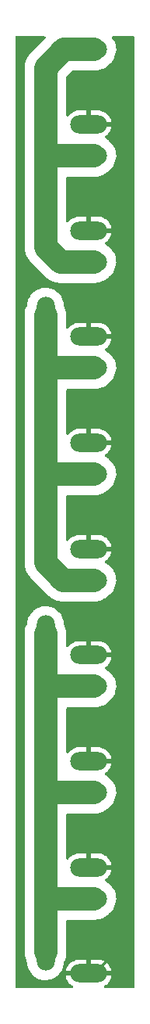
<source format=gbr>
%TF.GenerationSoftware,KiCad,Pcbnew,(6.0.6)*%
%TF.CreationDate,2022-11-26T14:39:06+01:00*%
%TF.ProjectId,er-pass-mul,65722d70-6173-4732-9d6d-756c2e6b6963,rev?*%
%TF.SameCoordinates,Original*%
%TF.FileFunction,Copper,L2,Bot*%
%TF.FilePolarity,Positive*%
%FSLAX46Y46*%
G04 Gerber Fmt 4.6, Leading zero omitted, Abs format (unit mm)*
G04 Created by KiCad (PCBNEW (6.0.6)) date 2022-11-26 14:39:06*
%MOMM*%
%LPD*%
G01*
G04 APERTURE LIST*
%TA.AperFunction,ComponentPad*%
%ADD10O,4.000000X2.000000*%
%TD*%
%TA.AperFunction,ComponentPad*%
%ADD11O,2.000000X4.000000*%
%TD*%
%TA.AperFunction,Conductor*%
%ADD12C,2.540000*%
%TD*%
%TA.AperFunction,Conductor*%
%ADD13C,0.250000*%
%TD*%
G04 APERTURE END LIST*
D10*
%TO.P,J6,S*%
%TO.N,GND*%
X8995000Y-67982500D03*
%TO.P,J6,T*%
%TO.N,Net-(J3-PadTN)*%
X8995000Y-59882500D03*
D11*
%TO.P,J6,TN*%
%TO.N,Net-(J6-PadTN)*%
X4295000Y-65682500D03*
%TD*%
D10*
%TO.P,J4,S*%
%TO.N,GND*%
X8995000Y-45007500D03*
%TO.P,J4,T*%
%TO.N,Net-(J3-PadTN)*%
X8995000Y-36907500D03*
D11*
%TO.P,J4,TN*%
X4295000Y-42707500D03*
%TD*%
D10*
%TO.P,J5,S*%
%TO.N,GND*%
X8995000Y-56495000D03*
%TO.P,J5,T*%
%TO.N,Net-(J3-PadTN)*%
X8995000Y-48395000D03*
D11*
%TO.P,J5,TN*%
X4295000Y-54195000D03*
%TD*%
D10*
%TO.P,J9,S*%
%TO.N,GND*%
X8995000Y-102445000D03*
%TO.P,J9,T*%
%TO.N,Net-(J6-PadTN)*%
X8995000Y-94345000D03*
D11*
%TO.P,J9,TN*%
X4295000Y-100145000D03*
%TD*%
D10*
%TO.P,J3,S*%
%TO.N,GND*%
X8995000Y-33520000D03*
%TO.P,J3,T*%
%TO.N,Net-(J1-PadT)*%
X8995000Y-25420000D03*
D11*
%TO.P,J3,TN*%
%TO.N,Net-(J3-PadTN)*%
X4295000Y-31220000D03*
%TD*%
D10*
%TO.P,J8,S*%
%TO.N,GND*%
X8995000Y-90957500D03*
%TO.P,J8,T*%
%TO.N,Net-(J6-PadTN)*%
X8995000Y-82857500D03*
D11*
%TO.P,J8,TN*%
X4295000Y-88657500D03*
%TD*%
D10*
%TO.P,J7,S*%
%TO.N,GND*%
X8995000Y-79470000D03*
%TO.P,J7,T*%
%TO.N,Net-(J6-PadTN)*%
X8995000Y-71370000D03*
D11*
%TO.P,J7,TN*%
X4295000Y-77170000D03*
%TD*%
D10*
%TO.P,J2,S*%
%TO.N,GND*%
X8995000Y-22032500D03*
%TO.P,J2,T*%
%TO.N,Net-(J1-PadT)*%
X8995000Y-13932500D03*
D11*
%TO.P,J2,TN*%
X4295000Y-19732500D03*
%TD*%
D10*
%TO.P,J1,S*%
%TO.N,GND*%
X8995000Y-10545000D03*
%TO.P,J1,T*%
%TO.N,Net-(J1-PadT)*%
X8995000Y-2445000D03*
D11*
%TO.P,J1,TN*%
X4295000Y-8245000D03*
%TD*%
D12*
%TO.N,Net-(J1-PadT)*%
X4295000Y-8245000D02*
X4295000Y-13905000D01*
X9595000Y-13932500D02*
X4322500Y-13932500D01*
X4295000Y-8245000D02*
X4295000Y-4405000D01*
X4295000Y-13905000D02*
X4295000Y-19732500D01*
X6255000Y-2445000D02*
X9595000Y-2445000D01*
X9595000Y-25420000D02*
X5920000Y-25420000D01*
X4322500Y-13932500D02*
X4295000Y-13905000D01*
X4295000Y-4405000D02*
X6255000Y-2445000D01*
X5920000Y-25420000D02*
X4295000Y-23795000D01*
X4295000Y-23795000D02*
X4295000Y-19732500D01*
D13*
%TO.N,GND*%
X12995000Y-56495000D02*
X13000000Y-56500000D01*
X9595000Y-45007500D02*
X12992500Y-45007500D01*
X9595000Y-56495000D02*
X12995000Y-56495000D01*
X13000000Y-79500000D02*
X13000000Y-91000000D01*
X12970000Y-79470000D02*
X13000000Y-79500000D01*
X9595000Y-79470000D02*
X12970000Y-79470000D01*
X12957500Y-90957500D02*
X13000000Y-91000000D01*
X13000000Y-45000000D02*
X13000000Y-56500000D01*
X9595000Y-67982500D02*
X12982500Y-67982500D01*
X13000000Y-99040000D02*
X9595000Y-102445000D01*
X13000000Y-68000000D02*
X13000000Y-79500000D01*
X13000000Y-22000000D02*
X13000000Y-33500000D01*
X13000000Y-56500000D02*
X13000000Y-68000000D01*
X13000000Y-33500000D02*
X13000000Y-45000000D01*
X9595000Y-22032500D02*
X12967500Y-22032500D01*
X9595000Y-10545000D02*
X12045000Y-10545000D01*
X13000000Y-11500000D02*
X13000000Y-22000000D01*
X12967500Y-22032500D02*
X13000000Y-22000000D01*
X12045000Y-10545000D02*
X13000000Y-11500000D01*
X12982500Y-67982500D02*
X13000000Y-68000000D01*
X12980000Y-33520000D02*
X13000000Y-33500000D01*
X9595000Y-33520000D02*
X12980000Y-33520000D01*
X12992500Y-45007500D02*
X13000000Y-45000000D01*
X13000000Y-91000000D02*
X13000000Y-99040000D01*
X9595000Y-90957500D02*
X12957500Y-90957500D01*
D12*
%TO.N,Net-(J3-PadTN)*%
X6200000Y-59900000D02*
X9577500Y-59900000D01*
X4295000Y-48105000D02*
X4295000Y-54195000D01*
X4295000Y-57995000D02*
X6200000Y-59900000D01*
X4295000Y-42707500D02*
X4295000Y-48105000D01*
X4295000Y-54195000D02*
X4295000Y-57995000D01*
X9595000Y-48395000D02*
X4585000Y-48395000D01*
X4295000Y-36905000D02*
X4295000Y-42707500D01*
X4297500Y-36907500D02*
X4295000Y-36905000D01*
X4295000Y-31220000D02*
X4295000Y-36905000D01*
X9595000Y-36907500D02*
X4297500Y-36907500D01*
X4585000Y-48395000D02*
X4295000Y-48105000D01*
%TO.N,Net-(J6-PadTN)*%
X4295000Y-93895000D02*
X4295000Y-100145000D01*
X4295000Y-82095000D02*
X4295000Y-88657500D01*
X5130000Y-71370000D02*
X4295000Y-72205000D01*
X4295000Y-88657500D02*
X4295000Y-93895000D01*
X9595000Y-82857500D02*
X5057500Y-82857500D01*
X9595000Y-71370000D02*
X5130000Y-71370000D01*
X4745000Y-94345000D02*
X4295000Y-93895000D01*
X5057500Y-82857500D02*
X4295000Y-82095000D01*
X9595000Y-94345000D02*
X4745000Y-94345000D01*
X4295000Y-72205000D02*
X4295000Y-77170000D01*
X4295000Y-65682500D02*
X4295000Y-72205000D01*
X4295000Y-77170000D02*
X4295000Y-82095000D01*
%TD*%
%TA.AperFunction,Conductor*%
%TO.N,GND*%
G36*
X4252959Y-1020002D02*
G01*
X4299452Y-1073658D01*
X4309556Y-1143932D01*
X4280062Y-1208512D01*
X4273933Y-1215095D01*
X2720706Y-2768322D01*
X2717543Y-2771377D01*
X2636172Y-2847257D01*
X2564362Y-2934680D01*
X2561803Y-2937697D01*
X2490001Y-3019717D01*
X2489996Y-3019724D01*
X2487245Y-3022866D01*
X2484933Y-3026345D01*
X2484932Y-3026347D01*
X2470974Y-3047355D01*
X2463393Y-3057600D01*
X2447378Y-3077097D01*
X2447369Y-3077110D01*
X2444723Y-3080331D01*
X2442521Y-3083883D01*
X2385082Y-3176521D01*
X2382944Y-3179851D01*
X2320329Y-3274095D01*
X2318495Y-3277855D01*
X2318494Y-3277857D01*
X2307442Y-3300517D01*
X2301281Y-3311678D01*
X2287981Y-3333128D01*
X2287976Y-3333137D01*
X2285780Y-3336679D01*
X2284069Y-3340487D01*
X2284067Y-3340490D01*
X2239390Y-3439902D01*
X2237711Y-3443487D01*
X2188106Y-3545192D01*
X2186787Y-3549157D01*
X2178823Y-3573096D01*
X2174197Y-3584962D01*
X2162138Y-3611796D01*
X2160944Y-3615802D01*
X2160943Y-3615804D01*
X2129809Y-3720243D01*
X2128625Y-3723997D01*
X2092898Y-3831395D01*
X2092116Y-3835495D01*
X2087386Y-3860292D01*
X2084365Y-3872682D01*
X2075968Y-3900848D01*
X2075314Y-3904979D01*
X2058263Y-4012629D01*
X2057582Y-4016527D01*
X2036380Y-4127676D01*
X2034737Y-4157053D01*
X2033387Y-4169690D01*
X2028783Y-4198758D01*
X2028624Y-4202262D01*
X2028623Y-4202271D01*
X2026886Y-4240531D01*
X2024500Y-4293081D01*
X2024500Y-4336639D01*
X2024304Y-4343671D01*
X2019543Y-4428829D01*
X2019863Y-4432987D01*
X2019863Y-4432990D01*
X2024129Y-4488430D01*
X2024500Y-4498096D01*
X2024500Y-13860910D01*
X2024423Y-13865307D01*
X2020541Y-13976478D01*
X2020949Y-13980635D01*
X2023899Y-14010726D01*
X2024500Y-14023021D01*
X2024500Y-23750910D01*
X2024423Y-23755307D01*
X2020541Y-23866478D01*
X2020949Y-23870635D01*
X2031585Y-23979114D01*
X2031908Y-23983040D01*
X2039408Y-24095960D01*
X2040236Y-24100066D01*
X2040236Y-24100067D01*
X2045218Y-24124777D01*
X2047103Y-24137383D01*
X2049974Y-24166661D01*
X2050925Y-24170717D01*
X2050926Y-24170721D01*
X2075818Y-24276847D01*
X2076661Y-24280713D01*
X2099026Y-24391633D01*
X2100383Y-24395573D01*
X2100387Y-24395589D01*
X2108599Y-24419435D01*
X2112131Y-24431668D01*
X2118850Y-24460316D01*
X2120333Y-24464219D01*
X2159042Y-24566121D01*
X2160389Y-24569844D01*
X2197225Y-24676823D01*
X2210398Y-24703129D01*
X2215511Y-24714775D01*
X2225959Y-24742281D01*
X2227945Y-24745954D01*
X2279780Y-24841822D01*
X2281607Y-24845332D01*
X2332279Y-24946521D01*
X2334628Y-24949977D01*
X2348811Y-24970847D01*
X2355431Y-24981734D01*
X2369418Y-25007603D01*
X2371874Y-25010984D01*
X2371875Y-25010985D01*
X2435935Y-25099157D01*
X2438205Y-25102387D01*
X2501817Y-25195988D01*
X2504601Y-25199102D01*
X2504602Y-25199103D01*
X2521413Y-25217905D01*
X2529418Y-25227825D01*
X2546707Y-25251622D01*
X2610375Y-25321347D01*
X2641176Y-25352148D01*
X2646011Y-25357260D01*
X2702859Y-25420841D01*
X2706029Y-25423558D01*
X2706030Y-25423559D01*
X2748249Y-25459745D01*
X2755346Y-25466318D01*
X4283322Y-26994294D01*
X4286377Y-26997457D01*
X4362257Y-27078828D01*
X4449680Y-27150638D01*
X4452697Y-27153197D01*
X4534717Y-27224999D01*
X4534724Y-27225004D01*
X4537866Y-27227755D01*
X4541345Y-27230067D01*
X4541347Y-27230068D01*
X4562355Y-27244026D01*
X4572600Y-27251607D01*
X4592097Y-27267622D01*
X4592110Y-27267631D01*
X4595331Y-27270277D01*
X4641159Y-27298692D01*
X4691521Y-27329918D01*
X4694851Y-27332056D01*
X4751715Y-27369836D01*
X4789095Y-27394671D01*
X4792855Y-27396505D01*
X4792857Y-27396506D01*
X4815517Y-27407558D01*
X4826678Y-27413719D01*
X4848128Y-27427019D01*
X4848137Y-27427024D01*
X4851679Y-27429220D01*
X4855487Y-27430931D01*
X4855490Y-27430933D01*
X4954902Y-27475610D01*
X4958487Y-27477289D01*
X5060192Y-27526894D01*
X5064157Y-27528213D01*
X5088096Y-27536177D01*
X5099962Y-27540803D01*
X5126796Y-27552862D01*
X5130802Y-27554056D01*
X5130804Y-27554057D01*
X5235243Y-27585191D01*
X5238997Y-27586375D01*
X5346395Y-27622102D01*
X5350496Y-27622884D01*
X5350495Y-27622884D01*
X5375292Y-27627614D01*
X5387682Y-27630635D01*
X5415848Y-27639032D01*
X5497913Y-27652030D01*
X5527629Y-27656737D01*
X5531527Y-27657418D01*
X5638564Y-27677836D01*
X5638570Y-27677837D01*
X5642676Y-27678620D01*
X5672053Y-27680263D01*
X5684690Y-27681613D01*
X5713758Y-27686217D01*
X5717262Y-27686376D01*
X5717271Y-27686377D01*
X5806661Y-27690436D01*
X5806682Y-27690436D01*
X5808081Y-27690500D01*
X5851639Y-27690500D01*
X5858671Y-27690696D01*
X5943829Y-27695457D01*
X5947987Y-27695137D01*
X5947990Y-27695137D01*
X6003430Y-27690871D01*
X6013096Y-27690500D01*
X9671512Y-27690500D01*
X9895960Y-27675592D01*
X10191633Y-27615974D01*
X10476823Y-27517775D01*
X10480554Y-27515907D01*
X10480558Y-27515905D01*
X10742777Y-27384596D01*
X10742779Y-27384595D01*
X10746521Y-27382721D01*
X10995988Y-27213183D01*
X11220841Y-27012141D01*
X11234798Y-26995857D01*
X11235857Y-26994622D01*
X11256661Y-26975271D01*
X11297540Y-26945078D01*
X11499430Y-26746334D01*
X11502131Y-26742794D01*
X11502137Y-26742788D01*
X11668602Y-26524667D01*
X11668605Y-26524663D01*
X11671304Y-26521126D01*
X11809730Y-26273947D01*
X11911948Y-26009730D01*
X11975918Y-25733747D01*
X12000363Y-25451503D01*
X11998504Y-25417726D01*
X11985040Y-25173073D01*
X11985039Y-25173066D01*
X11984795Y-25168630D01*
X11957368Y-25030743D01*
X11930396Y-24895146D01*
X11930395Y-24895141D01*
X11929526Y-24890774D01*
X11835658Y-24623476D01*
X11833605Y-24619523D01*
X11833602Y-24619517D01*
X11748796Y-24456260D01*
X11705064Y-24372072D01*
X11702481Y-24368457D01*
X11702477Y-24368451D01*
X11558275Y-24166661D01*
X11540349Y-24141576D01*
X11536349Y-24137383D01*
X11347876Y-23939811D01*
X11347873Y-23939808D01*
X11344801Y-23936588D01*
X11244845Y-23857789D01*
X11230701Y-23844771D01*
X11155597Y-23764233D01*
X11152743Y-23761172D01*
X11149514Y-23758519D01*
X11149509Y-23758515D01*
X10922897Y-23572374D01*
X10922892Y-23572371D01*
X10919669Y-23569723D01*
X10821086Y-23508599D01*
X10773731Y-23455703D01*
X10762492Y-23385602D01*
X10790936Y-23320552D01*
X10820340Y-23294893D01*
X10896987Y-23246626D01*
X10905060Y-23240586D01*
X11079500Y-23086797D01*
X11086504Y-23079544D01*
X11234110Y-22899846D01*
X11239866Y-22891564D01*
X11356841Y-22690581D01*
X11361203Y-22681476D01*
X11444537Y-22464385D01*
X11447388Y-22454696D01*
X11478821Y-22304236D01*
X11477698Y-22290175D01*
X11467590Y-22286500D01*
X8867000Y-22286500D01*
X8798879Y-22266498D01*
X8752386Y-22212842D01*
X8741000Y-22160500D01*
X8741000Y-21760385D01*
X9249000Y-21760385D01*
X9253475Y-21775624D01*
X9254865Y-21776829D01*
X9262548Y-21778500D01*
X11465590Y-21778500D01*
X11479676Y-21774364D01*
X11481725Y-21761386D01*
X11479675Y-21743670D01*
X11477715Y-21733773D01*
X11414396Y-21510006D01*
X11410884Y-21500562D01*
X11312601Y-21289795D01*
X11307622Y-21281029D01*
X11176913Y-21088698D01*
X11170581Y-21080823D01*
X11010814Y-20911874D01*
X11003305Y-20905113D01*
X10818574Y-20763875D01*
X10810095Y-20758411D01*
X10605153Y-20648522D01*
X10595901Y-20644480D01*
X10376029Y-20568773D01*
X10366257Y-20566264D01*
X10136029Y-20526496D01*
X10128157Y-20525641D01*
X10104449Y-20524564D01*
X10101616Y-20524500D01*
X9267115Y-20524500D01*
X9251876Y-20528975D01*
X9250671Y-20530365D01*
X9249000Y-20538048D01*
X9249000Y-21760385D01*
X8741000Y-21760385D01*
X8741000Y-20542615D01*
X8736525Y-20527376D01*
X8735135Y-20526171D01*
X8727452Y-20524500D01*
X7936544Y-20524500D01*
X7931512Y-20524702D01*
X7758157Y-20538650D01*
X7748204Y-20540262D01*
X7522367Y-20595733D01*
X7512797Y-20598916D01*
X7298735Y-20689780D01*
X7289793Y-20694455D01*
X7093013Y-20818374D01*
X7084940Y-20824414D01*
X6910500Y-20978203D01*
X6903497Y-20985455D01*
X6788864Y-21125011D01*
X6730170Y-21164954D01*
X6659198Y-21166824D01*
X6598481Y-21130026D01*
X6567298Y-21066245D01*
X6565500Y-21045035D01*
X6565500Y-16329000D01*
X6585502Y-16260879D01*
X6639158Y-16214386D01*
X6691500Y-16203000D01*
X9671512Y-16203000D01*
X9895960Y-16188092D01*
X10191633Y-16128474D01*
X10476823Y-16030275D01*
X10480554Y-16028407D01*
X10480558Y-16028405D01*
X10742777Y-15897096D01*
X10742779Y-15897095D01*
X10746521Y-15895221D01*
X10995988Y-15725683D01*
X11220841Y-15524641D01*
X11223566Y-15521462D01*
X11235857Y-15507122D01*
X11256661Y-15487771D01*
X11297540Y-15457578D01*
X11499430Y-15258834D01*
X11502131Y-15255294D01*
X11502137Y-15255288D01*
X11668602Y-15037167D01*
X11668605Y-15037163D01*
X11671304Y-15033626D01*
X11809730Y-14786447D01*
X11911948Y-14522230D01*
X11975918Y-14246247D01*
X12000363Y-13964003D01*
X12000119Y-13959564D01*
X11985040Y-13685573D01*
X11985039Y-13685566D01*
X11984795Y-13681130D01*
X11929526Y-13403274D01*
X11835658Y-13135976D01*
X11833605Y-13132023D01*
X11833602Y-13132017D01*
X11707116Y-12888523D01*
X11705064Y-12884572D01*
X11702481Y-12880957D01*
X11702477Y-12880951D01*
X11622858Y-12769537D01*
X11540349Y-12654076D01*
X11344801Y-12449088D01*
X11244845Y-12370289D01*
X11230701Y-12357271D01*
X11155597Y-12276733D01*
X11152743Y-12273672D01*
X11149514Y-12271019D01*
X11149509Y-12271015D01*
X10922897Y-12084874D01*
X10922892Y-12084871D01*
X10919669Y-12082223D01*
X10821086Y-12021099D01*
X10773731Y-11968203D01*
X10762492Y-11898102D01*
X10790936Y-11833052D01*
X10820340Y-11807393D01*
X10896987Y-11759126D01*
X10905060Y-11753086D01*
X11079500Y-11599297D01*
X11086504Y-11592044D01*
X11234110Y-11412346D01*
X11239866Y-11404064D01*
X11356841Y-11203081D01*
X11361203Y-11193976D01*
X11444537Y-10976885D01*
X11447388Y-10967196D01*
X11478821Y-10816736D01*
X11477698Y-10802675D01*
X11467590Y-10799000D01*
X8867000Y-10799000D01*
X8798879Y-10778998D01*
X8752386Y-10725342D01*
X8741000Y-10673000D01*
X8741000Y-10272885D01*
X9249000Y-10272885D01*
X9253475Y-10288124D01*
X9254865Y-10289329D01*
X9262548Y-10291000D01*
X11465590Y-10291000D01*
X11479676Y-10286864D01*
X11481725Y-10273886D01*
X11479675Y-10256170D01*
X11477715Y-10246273D01*
X11414396Y-10022506D01*
X11410884Y-10013062D01*
X11312601Y-9802295D01*
X11307622Y-9793529D01*
X11176913Y-9601198D01*
X11170581Y-9593323D01*
X11010814Y-9424374D01*
X11003305Y-9417613D01*
X10818574Y-9276375D01*
X10810095Y-9270911D01*
X10605153Y-9161022D01*
X10595901Y-9156980D01*
X10376029Y-9081273D01*
X10366257Y-9078764D01*
X10136029Y-9038996D01*
X10128157Y-9038141D01*
X10104449Y-9037064D01*
X10101616Y-9037000D01*
X9267115Y-9037000D01*
X9251876Y-9041475D01*
X9250671Y-9042865D01*
X9249000Y-9050548D01*
X9249000Y-10272885D01*
X8741000Y-10272885D01*
X8741000Y-9055115D01*
X8736525Y-9039876D01*
X8735135Y-9038671D01*
X8727452Y-9037000D01*
X7936544Y-9037000D01*
X7931512Y-9037202D01*
X7758157Y-9051150D01*
X7748204Y-9052762D01*
X7522367Y-9108233D01*
X7512797Y-9111416D01*
X7298735Y-9202280D01*
X7289793Y-9206955D01*
X7093013Y-9330874D01*
X7084940Y-9336914D01*
X6910500Y-9490703D01*
X6903497Y-9497955D01*
X6788864Y-9637511D01*
X6730170Y-9677454D01*
X6659198Y-9679324D01*
X6598481Y-9642526D01*
X6567298Y-9578745D01*
X6565500Y-9557535D01*
X6565500Y-5397663D01*
X6585502Y-5329542D01*
X6602404Y-5308568D01*
X7158566Y-4752405D01*
X7220879Y-4718380D01*
X7247662Y-4715500D01*
X9671512Y-4715500D01*
X9895960Y-4700592D01*
X10191633Y-4640974D01*
X10476823Y-4542775D01*
X10480554Y-4540907D01*
X10480558Y-4540905D01*
X10742777Y-4409596D01*
X10742779Y-4409595D01*
X10746521Y-4407721D01*
X10995988Y-4238183D01*
X11040083Y-4198758D01*
X11217724Y-4039928D01*
X11217725Y-4039927D01*
X11220841Y-4037141D01*
X11223566Y-4033962D01*
X11235857Y-4019622D01*
X11256661Y-4000271D01*
X11297540Y-3970078D01*
X11363670Y-3904979D01*
X11496249Y-3774465D01*
X11499430Y-3771334D01*
X11502131Y-3767794D01*
X11502137Y-3767788D01*
X11668602Y-3549667D01*
X11668605Y-3549663D01*
X11671304Y-3546126D01*
X11786465Y-3340490D01*
X11807552Y-3302837D01*
X11807555Y-3302832D01*
X11809730Y-3298947D01*
X11817890Y-3277857D01*
X11910341Y-3038885D01*
X11910343Y-3038879D01*
X11911948Y-3034730D01*
X11975918Y-2758747D01*
X12000363Y-2476503D01*
X11984795Y-2193630D01*
X11929526Y-1915774D01*
X11835658Y-1648476D01*
X11833605Y-1644523D01*
X11833602Y-1644517D01*
X11707116Y-1401023D01*
X11705064Y-1397072D01*
X11702481Y-1393457D01*
X11702477Y-1393451D01*
X11563704Y-1199258D01*
X11540372Y-1132205D01*
X11556995Y-1063182D01*
X11608296Y-1014103D01*
X11666219Y-1000000D01*
X13874000Y-1000000D01*
X13942121Y-1020002D01*
X13988614Y-1073658D01*
X14000000Y-1126000D01*
X14000000Y-103874000D01*
X13979998Y-103942121D01*
X13926342Y-103988614D01*
X13874000Y-104000000D01*
X10792226Y-104000000D01*
X10724105Y-103979998D01*
X10677612Y-103926342D01*
X10667508Y-103856068D01*
X10697002Y-103791488D01*
X10725083Y-103767380D01*
X10896987Y-103659126D01*
X10905060Y-103653086D01*
X11079500Y-103499297D01*
X11086504Y-103492044D01*
X11234110Y-103312346D01*
X11239866Y-103304064D01*
X11356841Y-103103081D01*
X11361203Y-103093976D01*
X11444537Y-102876885D01*
X11447388Y-102867196D01*
X11478821Y-102716736D01*
X11477698Y-102702675D01*
X11467590Y-102699000D01*
X6524410Y-102699000D01*
X6510324Y-102703136D01*
X6508275Y-102716114D01*
X6510325Y-102733830D01*
X6512285Y-102743727D01*
X6575604Y-102967494D01*
X6579116Y-102976938D01*
X6677399Y-103187705D01*
X6682378Y-103196471D01*
X6813087Y-103388802D01*
X6819419Y-103396677D01*
X6979186Y-103565626D01*
X6986695Y-103572387D01*
X7171426Y-103713625D01*
X7179905Y-103719089D01*
X7261717Y-103762956D01*
X7312300Y-103812774D01*
X7327920Y-103882031D01*
X7303616Y-103948738D01*
X7247106Y-103991717D01*
X7202176Y-104000000D01*
X1126000Y-104000000D01*
X1057879Y-103979998D01*
X1011386Y-103926342D01*
X1000000Y-103874000D01*
X1000000Y-72228829D01*
X2019543Y-72228829D01*
X2019863Y-72232987D01*
X2019863Y-72232990D01*
X2024129Y-72288430D01*
X2024500Y-72298096D01*
X2024500Y-82050910D01*
X2024423Y-82055307D01*
X2020541Y-82166478D01*
X2020949Y-82170635D01*
X2023899Y-82200726D01*
X2024500Y-82213021D01*
X2024500Y-93850910D01*
X2024423Y-93855307D01*
X2020541Y-93966478D01*
X2020949Y-93970635D01*
X2023899Y-94000726D01*
X2024500Y-94013021D01*
X2024500Y-100221512D01*
X2039408Y-100445960D01*
X2099026Y-100741633D01*
X2197225Y-101026823D01*
X2235011Y-101102280D01*
X2283575Y-101199262D01*
X2296596Y-101246779D01*
X2301612Y-101317613D01*
X2309399Y-101427593D01*
X2310337Y-101431948D01*
X2310337Y-101431951D01*
X2341706Y-101577654D01*
X2369025Y-101704547D01*
X2467080Y-101970337D01*
X2601607Y-102219660D01*
X2769922Y-102447540D01*
X2773051Y-102450719D01*
X2773054Y-102450722D01*
X2867524Y-102546687D01*
X2968666Y-102649430D01*
X2972206Y-102652131D01*
X2972212Y-102652137D01*
X3190333Y-102818602D01*
X3190337Y-102818605D01*
X3193874Y-102821304D01*
X3197758Y-102823479D01*
X3437163Y-102957552D01*
X3437168Y-102957555D01*
X3441053Y-102959730D01*
X3445211Y-102961338D01*
X3445216Y-102961341D01*
X3701115Y-103060341D01*
X3701121Y-103060343D01*
X3705270Y-103061948D01*
X3709602Y-103062952D01*
X3709605Y-103062953D01*
X3774738Y-103078050D01*
X3981253Y-103125918D01*
X4263497Y-103150363D01*
X4267932Y-103150119D01*
X4267936Y-103150119D01*
X4541927Y-103135040D01*
X4541934Y-103135039D01*
X4546370Y-103134795D01*
X4705807Y-103103081D01*
X4819854Y-103080396D01*
X4819859Y-103080395D01*
X4824226Y-103079526D01*
X4878857Y-103060341D01*
X5087316Y-102987136D01*
X5087319Y-102987135D01*
X5091524Y-102985658D01*
X5095477Y-102983605D01*
X5095483Y-102983602D01*
X5237865Y-102909640D01*
X5342928Y-102855064D01*
X5346543Y-102852481D01*
X5346549Y-102852477D01*
X5512578Y-102733830D01*
X5573424Y-102690349D01*
X5613481Y-102652137D01*
X5775189Y-102497876D01*
X5775192Y-102497873D01*
X5778412Y-102494801D01*
X5953801Y-102272320D01*
X6011337Y-102173264D01*
X6511179Y-102173264D01*
X6512302Y-102187325D01*
X6522410Y-102191000D01*
X8722885Y-102191000D01*
X8738124Y-102186525D01*
X8739329Y-102185135D01*
X8741000Y-102177452D01*
X8741000Y-102172885D01*
X9249000Y-102172885D01*
X9253475Y-102188124D01*
X9254865Y-102189329D01*
X9262548Y-102191000D01*
X11465590Y-102191000D01*
X11479676Y-102186864D01*
X11481725Y-102173886D01*
X11479675Y-102156170D01*
X11477715Y-102146273D01*
X11414396Y-101922506D01*
X11410884Y-101913062D01*
X11312601Y-101702295D01*
X11307622Y-101693529D01*
X11176913Y-101501198D01*
X11170581Y-101493323D01*
X11010814Y-101324374D01*
X11003305Y-101317613D01*
X10818574Y-101176375D01*
X10810095Y-101170911D01*
X10605153Y-101061022D01*
X10595901Y-101056980D01*
X10376029Y-100981273D01*
X10366257Y-100978764D01*
X10136029Y-100938996D01*
X10128157Y-100938141D01*
X10104449Y-100937064D01*
X10101616Y-100937000D01*
X9267115Y-100937000D01*
X9251876Y-100941475D01*
X9250671Y-100942865D01*
X9249000Y-100950548D01*
X9249000Y-102172885D01*
X8741000Y-102172885D01*
X8741000Y-100955115D01*
X8736525Y-100939876D01*
X8735135Y-100938671D01*
X8727452Y-100937000D01*
X7936544Y-100937000D01*
X7931512Y-100937202D01*
X7758157Y-100951150D01*
X7748204Y-100952762D01*
X7522367Y-101008233D01*
X7512797Y-101011416D01*
X7298735Y-101102280D01*
X7289793Y-101106955D01*
X7093013Y-101230874D01*
X7084940Y-101236914D01*
X6910500Y-101390703D01*
X6903496Y-101397956D01*
X6755890Y-101577654D01*
X6750134Y-101585936D01*
X6633159Y-101786919D01*
X6628797Y-101796024D01*
X6545463Y-102013115D01*
X6542612Y-102022804D01*
X6511179Y-102173264D01*
X6011337Y-102173264D01*
X6027015Y-102146273D01*
X6093859Y-102031193D01*
X6093862Y-102031187D01*
X6096093Y-102027346D01*
X6202448Y-101764768D01*
X6216371Y-101708721D01*
X6269672Y-101494144D01*
X6269673Y-101494139D01*
X6270745Y-101489823D01*
X6295481Y-101248395D01*
X6305898Y-101209587D01*
X6323280Y-101170911D01*
X6427862Y-100938204D01*
X6514032Y-100649152D01*
X6561217Y-100351242D01*
X6565500Y-100256919D01*
X6565500Y-96741500D01*
X6585502Y-96673379D01*
X6639158Y-96626886D01*
X6691500Y-96615500D01*
X9671512Y-96615500D01*
X9895960Y-96600592D01*
X10191633Y-96540974D01*
X10476823Y-96442775D01*
X10480554Y-96440907D01*
X10480558Y-96440905D01*
X10742777Y-96309596D01*
X10742779Y-96309595D01*
X10746521Y-96307721D01*
X10995988Y-96138183D01*
X11220841Y-95937141D01*
X11223566Y-95933962D01*
X11235857Y-95919622D01*
X11256661Y-95900271D01*
X11297540Y-95870078D01*
X11499430Y-95671334D01*
X11502131Y-95667794D01*
X11502137Y-95667788D01*
X11668602Y-95449667D01*
X11668605Y-95449663D01*
X11671304Y-95446126D01*
X11809730Y-95198947D01*
X11911948Y-94934730D01*
X11975918Y-94658747D01*
X12000363Y-94376503D01*
X11984795Y-94093630D01*
X11929526Y-93815774D01*
X11835658Y-93548476D01*
X11833605Y-93544523D01*
X11833602Y-93544517D01*
X11707116Y-93301023D01*
X11705064Y-93297072D01*
X11702481Y-93293457D01*
X11702477Y-93293451D01*
X11622858Y-93182037D01*
X11540349Y-93066576D01*
X11344801Y-92861588D01*
X11244845Y-92782789D01*
X11230701Y-92769771D01*
X11155597Y-92689233D01*
X11152743Y-92686172D01*
X11149514Y-92683519D01*
X11149509Y-92683515D01*
X10922897Y-92497374D01*
X10922892Y-92497371D01*
X10919669Y-92494723D01*
X10821086Y-92433599D01*
X10773731Y-92380703D01*
X10762492Y-92310602D01*
X10790936Y-92245552D01*
X10820340Y-92219893D01*
X10896987Y-92171626D01*
X10905060Y-92165586D01*
X11079500Y-92011797D01*
X11086504Y-92004544D01*
X11234110Y-91824846D01*
X11239866Y-91816564D01*
X11356841Y-91615581D01*
X11361203Y-91606476D01*
X11444537Y-91389385D01*
X11447388Y-91379696D01*
X11478821Y-91229236D01*
X11477698Y-91215175D01*
X11467590Y-91211500D01*
X8867000Y-91211500D01*
X8798879Y-91191498D01*
X8752386Y-91137842D01*
X8741000Y-91085500D01*
X8741000Y-90685385D01*
X9249000Y-90685385D01*
X9253475Y-90700624D01*
X9254865Y-90701829D01*
X9262548Y-90703500D01*
X11465590Y-90703500D01*
X11479676Y-90699364D01*
X11481725Y-90686386D01*
X11479675Y-90668670D01*
X11477715Y-90658773D01*
X11414396Y-90435006D01*
X11410884Y-90425562D01*
X11312601Y-90214795D01*
X11307622Y-90206029D01*
X11176913Y-90013698D01*
X11170581Y-90005823D01*
X11010814Y-89836874D01*
X11003305Y-89830113D01*
X10818574Y-89688875D01*
X10810095Y-89683411D01*
X10605153Y-89573522D01*
X10595901Y-89569480D01*
X10376029Y-89493773D01*
X10366257Y-89491264D01*
X10136029Y-89451496D01*
X10128157Y-89450641D01*
X10104449Y-89449564D01*
X10101616Y-89449500D01*
X9267115Y-89449500D01*
X9251876Y-89453975D01*
X9250671Y-89455365D01*
X9249000Y-89463048D01*
X9249000Y-90685385D01*
X8741000Y-90685385D01*
X8741000Y-89467615D01*
X8736525Y-89452376D01*
X8735135Y-89451171D01*
X8727452Y-89449500D01*
X7936544Y-89449500D01*
X7931512Y-89449702D01*
X7758157Y-89463650D01*
X7748204Y-89465262D01*
X7522367Y-89520733D01*
X7512797Y-89523916D01*
X7298735Y-89614780D01*
X7289793Y-89619455D01*
X7093013Y-89743374D01*
X7084940Y-89749414D01*
X6910500Y-89903203D01*
X6903497Y-89910455D01*
X6788864Y-90050011D01*
X6730170Y-90089954D01*
X6659198Y-90091824D01*
X6598481Y-90055026D01*
X6567298Y-89991245D01*
X6565500Y-89970035D01*
X6565500Y-85254000D01*
X6585502Y-85185879D01*
X6639158Y-85139386D01*
X6691500Y-85128000D01*
X9671512Y-85128000D01*
X9895960Y-85113092D01*
X10191633Y-85053474D01*
X10476823Y-84955275D01*
X10480554Y-84953407D01*
X10480558Y-84953405D01*
X10742777Y-84822096D01*
X10742779Y-84822095D01*
X10746521Y-84820221D01*
X10995988Y-84650683D01*
X11220841Y-84449641D01*
X11223566Y-84446462D01*
X11235857Y-84432122D01*
X11256661Y-84412771D01*
X11297540Y-84382578D01*
X11499430Y-84183834D01*
X11502131Y-84180294D01*
X11502137Y-84180288D01*
X11668602Y-83962167D01*
X11668605Y-83962163D01*
X11671304Y-83958626D01*
X11809730Y-83711447D01*
X11911948Y-83447230D01*
X11975918Y-83171247D01*
X12000363Y-82889003D01*
X11984795Y-82606130D01*
X11929526Y-82328274D01*
X11835658Y-82060976D01*
X11833605Y-82057023D01*
X11833602Y-82057017D01*
X11707116Y-81813523D01*
X11705064Y-81809572D01*
X11702481Y-81805957D01*
X11702477Y-81805951D01*
X11622858Y-81694537D01*
X11540349Y-81579076D01*
X11344801Y-81374088D01*
X11244845Y-81295289D01*
X11230701Y-81282271D01*
X11155597Y-81201733D01*
X11152743Y-81198672D01*
X11149514Y-81196019D01*
X11149509Y-81196015D01*
X10922897Y-81009874D01*
X10922892Y-81009871D01*
X10919669Y-81007223D01*
X10821086Y-80946099D01*
X10773731Y-80893203D01*
X10762492Y-80823102D01*
X10790936Y-80758052D01*
X10820340Y-80732393D01*
X10896987Y-80684126D01*
X10905060Y-80678086D01*
X11079500Y-80524297D01*
X11086504Y-80517044D01*
X11234110Y-80337346D01*
X11239866Y-80329064D01*
X11356841Y-80128081D01*
X11361203Y-80118976D01*
X11444537Y-79901885D01*
X11447388Y-79892196D01*
X11478821Y-79741736D01*
X11477698Y-79727675D01*
X11467590Y-79724000D01*
X8867000Y-79724000D01*
X8798879Y-79703998D01*
X8752386Y-79650342D01*
X8741000Y-79598000D01*
X8741000Y-79197885D01*
X9249000Y-79197885D01*
X9253475Y-79213124D01*
X9254865Y-79214329D01*
X9262548Y-79216000D01*
X11465590Y-79216000D01*
X11479676Y-79211864D01*
X11481725Y-79198886D01*
X11479675Y-79181170D01*
X11477715Y-79171273D01*
X11414396Y-78947506D01*
X11410884Y-78938062D01*
X11312601Y-78727295D01*
X11307622Y-78718529D01*
X11176913Y-78526198D01*
X11170581Y-78518323D01*
X11010814Y-78349374D01*
X11003305Y-78342613D01*
X10818574Y-78201375D01*
X10810095Y-78195911D01*
X10605153Y-78086022D01*
X10595901Y-78081980D01*
X10376029Y-78006273D01*
X10366257Y-78003764D01*
X10136029Y-77963996D01*
X10128157Y-77963141D01*
X10104449Y-77962064D01*
X10101616Y-77962000D01*
X9267115Y-77962000D01*
X9251876Y-77966475D01*
X9250671Y-77967865D01*
X9249000Y-77975548D01*
X9249000Y-79197885D01*
X8741000Y-79197885D01*
X8741000Y-77980115D01*
X8736525Y-77964876D01*
X8735135Y-77963671D01*
X8727452Y-77962000D01*
X7936544Y-77962000D01*
X7931512Y-77962202D01*
X7758157Y-77976150D01*
X7748204Y-77977762D01*
X7522367Y-78033233D01*
X7512797Y-78036416D01*
X7298735Y-78127280D01*
X7289793Y-78131955D01*
X7093013Y-78255874D01*
X7084940Y-78261914D01*
X6910500Y-78415703D01*
X6903497Y-78422955D01*
X6788864Y-78562511D01*
X6730170Y-78602454D01*
X6659198Y-78604324D01*
X6598481Y-78567526D01*
X6567298Y-78503745D01*
X6565500Y-78482535D01*
X6565500Y-73766500D01*
X6585502Y-73698379D01*
X6639158Y-73651886D01*
X6691500Y-73640500D01*
X9671512Y-73640500D01*
X9895960Y-73625592D01*
X10191633Y-73565974D01*
X10476823Y-73467775D01*
X10480554Y-73465907D01*
X10480558Y-73465905D01*
X10742777Y-73334596D01*
X10742779Y-73334595D01*
X10746521Y-73332721D01*
X10995988Y-73163183D01*
X11220841Y-72962141D01*
X11223566Y-72958962D01*
X11235857Y-72944622D01*
X11256661Y-72925271D01*
X11297540Y-72895078D01*
X11499430Y-72696334D01*
X11502131Y-72692794D01*
X11502137Y-72692788D01*
X11668602Y-72474667D01*
X11668605Y-72474663D01*
X11671304Y-72471126D01*
X11809730Y-72223947D01*
X11840787Y-72143672D01*
X11910341Y-71963885D01*
X11910343Y-71963879D01*
X11911948Y-71959730D01*
X11975918Y-71683747D01*
X12000363Y-71401503D01*
X11984795Y-71118630D01*
X11929526Y-70840774D01*
X11835658Y-70573476D01*
X11833605Y-70569523D01*
X11833602Y-70569517D01*
X11707116Y-70326023D01*
X11705064Y-70322072D01*
X11702481Y-70318457D01*
X11702477Y-70318451D01*
X11622858Y-70207037D01*
X11540349Y-70091576D01*
X11344801Y-69886588D01*
X11244845Y-69807789D01*
X11230701Y-69794771D01*
X11155597Y-69714233D01*
X11152743Y-69711172D01*
X11149514Y-69708519D01*
X11149509Y-69708515D01*
X10922897Y-69522374D01*
X10922892Y-69522371D01*
X10919669Y-69519723D01*
X10821086Y-69458599D01*
X10773731Y-69405703D01*
X10762492Y-69335602D01*
X10790936Y-69270552D01*
X10820340Y-69244893D01*
X10896987Y-69196626D01*
X10905060Y-69190586D01*
X11079500Y-69036797D01*
X11086504Y-69029544D01*
X11234110Y-68849846D01*
X11239866Y-68841564D01*
X11356841Y-68640581D01*
X11361203Y-68631476D01*
X11444537Y-68414385D01*
X11447388Y-68404696D01*
X11478821Y-68254236D01*
X11477698Y-68240175D01*
X11467590Y-68236500D01*
X8867000Y-68236500D01*
X8798879Y-68216498D01*
X8752386Y-68162842D01*
X8741000Y-68110500D01*
X8741000Y-67710385D01*
X9249000Y-67710385D01*
X9253475Y-67725624D01*
X9254865Y-67726829D01*
X9262548Y-67728500D01*
X11465590Y-67728500D01*
X11479676Y-67724364D01*
X11481725Y-67711386D01*
X11479675Y-67693670D01*
X11477715Y-67683773D01*
X11414396Y-67460006D01*
X11410884Y-67450562D01*
X11312601Y-67239795D01*
X11307622Y-67231029D01*
X11176913Y-67038698D01*
X11170581Y-67030823D01*
X11010814Y-66861874D01*
X11003305Y-66855113D01*
X10818574Y-66713875D01*
X10810095Y-66708411D01*
X10605153Y-66598522D01*
X10595901Y-66594480D01*
X10376029Y-66518773D01*
X10366257Y-66516264D01*
X10136029Y-66476496D01*
X10128157Y-66475641D01*
X10104449Y-66474564D01*
X10101616Y-66474500D01*
X9267115Y-66474500D01*
X9251876Y-66478975D01*
X9250671Y-66480365D01*
X9249000Y-66488048D01*
X9249000Y-67710385D01*
X8741000Y-67710385D01*
X8741000Y-66492615D01*
X8736525Y-66477376D01*
X8735135Y-66476171D01*
X8727452Y-66474500D01*
X7936544Y-66474500D01*
X7931512Y-66474702D01*
X7758157Y-66488650D01*
X7748204Y-66490262D01*
X7522367Y-66545733D01*
X7512797Y-66548916D01*
X7298735Y-66639780D01*
X7289793Y-66644455D01*
X7093013Y-66768374D01*
X7084940Y-66774414D01*
X6910500Y-66928203D01*
X6903497Y-66935455D01*
X6788864Y-67075011D01*
X6730170Y-67114954D01*
X6659198Y-67116824D01*
X6598481Y-67080026D01*
X6567298Y-67016245D01*
X6565500Y-66995035D01*
X6565500Y-65605988D01*
X6550592Y-65381540D01*
X6490974Y-65085867D01*
X6392775Y-64800677D01*
X6306425Y-64628238D01*
X6293404Y-64580721D01*
X6280916Y-64404358D01*
X6280601Y-64399907D01*
X6267204Y-64337677D01*
X6221911Y-64127300D01*
X6221911Y-64127298D01*
X6220975Y-64122953D01*
X6122920Y-63857163D01*
X5988393Y-63607840D01*
X5820078Y-63379960D01*
X5773554Y-63332699D01*
X5624465Y-63181251D01*
X5621334Y-63178070D01*
X5617794Y-63175369D01*
X5617788Y-63175363D01*
X5399667Y-63008898D01*
X5399663Y-63008895D01*
X5396126Y-63006196D01*
X5332179Y-62970384D01*
X5152837Y-62869948D01*
X5152832Y-62869945D01*
X5148947Y-62867770D01*
X5144789Y-62866162D01*
X5144784Y-62866159D01*
X4888885Y-62767159D01*
X4888879Y-62767157D01*
X4884730Y-62765552D01*
X4880398Y-62764548D01*
X4880395Y-62764547D01*
X4805141Y-62747104D01*
X4608747Y-62701582D01*
X4326503Y-62677137D01*
X4322068Y-62677381D01*
X4322064Y-62677381D01*
X4048073Y-62692460D01*
X4048066Y-62692461D01*
X4043630Y-62692705D01*
X3905743Y-62720132D01*
X3770146Y-62747104D01*
X3770141Y-62747105D01*
X3765774Y-62747974D01*
X3761571Y-62749450D01*
X3502684Y-62840364D01*
X3502681Y-62840365D01*
X3498476Y-62841842D01*
X3494523Y-62843895D01*
X3494517Y-62843898D01*
X3352135Y-62917860D01*
X3247072Y-62972436D01*
X3243457Y-62975019D01*
X3243451Y-62975023D01*
X3196048Y-63008898D01*
X3016576Y-63137151D01*
X3013349Y-63140229D01*
X3013347Y-63140231D01*
X2973682Y-63178070D01*
X2811588Y-63332699D01*
X2636199Y-63555180D01*
X2605612Y-63607840D01*
X2496141Y-63796307D01*
X2496138Y-63796313D01*
X2493907Y-63800154D01*
X2387552Y-64062732D01*
X2386481Y-64067045D01*
X2386479Y-64067050D01*
X2372593Y-64122953D01*
X2319255Y-64337677D01*
X2318801Y-64342105D01*
X2318801Y-64342107D01*
X2294519Y-64579105D01*
X2284102Y-64617912D01*
X2162138Y-64889296D01*
X2075968Y-65178348D01*
X2028783Y-65476258D01*
X2024500Y-65570581D01*
X2024500Y-72136639D01*
X2024304Y-72143671D01*
X2019543Y-72228829D01*
X1000000Y-72228829D01*
X1000000Y-58066478D01*
X2020541Y-58066478D01*
X2020949Y-58070635D01*
X2031585Y-58179114D01*
X2031908Y-58183040D01*
X2039408Y-58295960D01*
X2040236Y-58300066D01*
X2040236Y-58300067D01*
X2045218Y-58324777D01*
X2047103Y-58337383D01*
X2049974Y-58366661D01*
X2050925Y-58370717D01*
X2050926Y-58370721D01*
X2075818Y-58476847D01*
X2076661Y-58480713D01*
X2099026Y-58591633D01*
X2100383Y-58595573D01*
X2100387Y-58595589D01*
X2108599Y-58619435D01*
X2112131Y-58631668D01*
X2118850Y-58660316D01*
X2120333Y-58664219D01*
X2159042Y-58766121D01*
X2160389Y-58769844D01*
X2197225Y-58876823D01*
X2210398Y-58903129D01*
X2215511Y-58914775D01*
X2225959Y-58942281D01*
X2227945Y-58945954D01*
X2279780Y-59041822D01*
X2281607Y-59045332D01*
X2332279Y-59146521D01*
X2334628Y-59149977D01*
X2348811Y-59170847D01*
X2355431Y-59181734D01*
X2369418Y-59207603D01*
X2371874Y-59210984D01*
X2371875Y-59210985D01*
X2435935Y-59299157D01*
X2438205Y-59302387D01*
X2501817Y-59395988D01*
X2504601Y-59399102D01*
X2504602Y-59399103D01*
X2521413Y-59417905D01*
X2529418Y-59427825D01*
X2546707Y-59451622D01*
X2610375Y-59521347D01*
X2641176Y-59552148D01*
X2646011Y-59557260D01*
X2702859Y-59620841D01*
X2706029Y-59623558D01*
X2706030Y-59623559D01*
X2748249Y-59659745D01*
X2755346Y-59666318D01*
X4563322Y-61474294D01*
X4566377Y-61477457D01*
X4642257Y-61558828D01*
X4700667Y-61606807D01*
X4729720Y-61630672D01*
X4732737Y-61633231D01*
X4817867Y-61707755D01*
X4821347Y-61710067D01*
X4821352Y-61710071D01*
X4842353Y-61724024D01*
X4852601Y-61731607D01*
X4875331Y-61750277D01*
X4878881Y-61752478D01*
X4971527Y-61809922D01*
X4974857Y-61812060D01*
X5031687Y-61849817D01*
X5069095Y-61874671D01*
X5072855Y-61876505D01*
X5072857Y-61876506D01*
X5095517Y-61887558D01*
X5106678Y-61893719D01*
X5128128Y-61907019D01*
X5128137Y-61907024D01*
X5131679Y-61909220D01*
X5135487Y-61910931D01*
X5135490Y-61910933D01*
X5234902Y-61955610D01*
X5238487Y-61957289D01*
X5340192Y-62006894D01*
X5344157Y-62008213D01*
X5368096Y-62016177D01*
X5379962Y-62020803D01*
X5406796Y-62032862D01*
X5410802Y-62034056D01*
X5410804Y-62034057D01*
X5515243Y-62065191D01*
X5518997Y-62066375D01*
X5626395Y-62102102D01*
X5630496Y-62102884D01*
X5630495Y-62102884D01*
X5655292Y-62107614D01*
X5667682Y-62110635D01*
X5695848Y-62119032D01*
X5777913Y-62132030D01*
X5807629Y-62136737D01*
X5811527Y-62137418D01*
X5918564Y-62157836D01*
X5918570Y-62157837D01*
X5922676Y-62158620D01*
X5952053Y-62160263D01*
X5964690Y-62161613D01*
X5993758Y-62166217D01*
X5997262Y-62166376D01*
X5997271Y-62166377D01*
X6086661Y-62170436D01*
X6086682Y-62170436D01*
X6088081Y-62170500D01*
X6131640Y-62170500D01*
X6138672Y-62170696D01*
X6223830Y-62175457D01*
X6227988Y-62175137D01*
X6227991Y-62175137D01*
X6283431Y-62170871D01*
X6293097Y-62170500D01*
X9654012Y-62170500D01*
X9878460Y-62155592D01*
X10174133Y-62095974D01*
X10459323Y-61997775D01*
X10463054Y-61995907D01*
X10463058Y-61995905D01*
X10725277Y-61864596D01*
X10725279Y-61864595D01*
X10729021Y-61862721D01*
X10978488Y-61693183D01*
X11203341Y-61492141D01*
X11206058Y-61488971D01*
X11229040Y-61462157D01*
X11249850Y-61442802D01*
X11293960Y-61410222D01*
X11297540Y-61407578D01*
X11499430Y-61208834D01*
X11502131Y-61205294D01*
X11502137Y-61205288D01*
X11668602Y-60987167D01*
X11668605Y-60987163D01*
X11671304Y-60983626D01*
X11809730Y-60736447D01*
X11911948Y-60472230D01*
X11975918Y-60196247D01*
X12000363Y-59914003D01*
X11984795Y-59631130D01*
X11944356Y-59427827D01*
X11930396Y-59357646D01*
X11930395Y-59357641D01*
X11929526Y-59353274D01*
X11867316Y-59176125D01*
X11837136Y-59090184D01*
X11837135Y-59090181D01*
X11835658Y-59085976D01*
X11833605Y-59082023D01*
X11833602Y-59082017D01*
X11728949Y-58880553D01*
X11705064Y-58834572D01*
X11702481Y-58830957D01*
X11702477Y-58830951D01*
X11583328Y-58664219D01*
X11540349Y-58604076D01*
X11344801Y-58399088D01*
X11258482Y-58331040D01*
X11125815Y-58226454D01*
X11125813Y-58226453D01*
X11122320Y-58223699D01*
X11118474Y-58221465D01*
X11118468Y-58221461D01*
X11102627Y-58212260D01*
X11085936Y-58200670D01*
X10905403Y-58052378D01*
X10905389Y-58052368D01*
X10902169Y-58049723D01*
X10882659Y-58037626D01*
X10798402Y-57985384D01*
X10751047Y-57932488D01*
X10739808Y-57862386D01*
X10768252Y-57797337D01*
X10797656Y-57771678D01*
X10896987Y-57709126D01*
X10905060Y-57703086D01*
X11079500Y-57549297D01*
X11086504Y-57542044D01*
X11234110Y-57362346D01*
X11239866Y-57354064D01*
X11356841Y-57153081D01*
X11361203Y-57143976D01*
X11444537Y-56926885D01*
X11447388Y-56917196D01*
X11478821Y-56766736D01*
X11477698Y-56752675D01*
X11467590Y-56749000D01*
X8867000Y-56749000D01*
X8798879Y-56728998D01*
X8752386Y-56675342D01*
X8741000Y-56623000D01*
X8741000Y-56222885D01*
X9249000Y-56222885D01*
X9253475Y-56238124D01*
X9254865Y-56239329D01*
X9262548Y-56241000D01*
X11465590Y-56241000D01*
X11479676Y-56236864D01*
X11481725Y-56223886D01*
X11479675Y-56206170D01*
X11477715Y-56196273D01*
X11414396Y-55972506D01*
X11410884Y-55963062D01*
X11312601Y-55752295D01*
X11307622Y-55743529D01*
X11176913Y-55551198D01*
X11170581Y-55543323D01*
X11010814Y-55374374D01*
X11003305Y-55367613D01*
X10818574Y-55226375D01*
X10810095Y-55220911D01*
X10605153Y-55111022D01*
X10595901Y-55106980D01*
X10376029Y-55031273D01*
X10366257Y-55028764D01*
X10136029Y-54988996D01*
X10128157Y-54988141D01*
X10104449Y-54987064D01*
X10101616Y-54987000D01*
X9267115Y-54987000D01*
X9251876Y-54991475D01*
X9250671Y-54992865D01*
X9249000Y-55000548D01*
X9249000Y-56222885D01*
X8741000Y-56222885D01*
X8741000Y-55005115D01*
X8736525Y-54989876D01*
X8735135Y-54988671D01*
X8727452Y-54987000D01*
X7936544Y-54987000D01*
X7931512Y-54987202D01*
X7758157Y-55001150D01*
X7748204Y-55002762D01*
X7522367Y-55058233D01*
X7512797Y-55061416D01*
X7298735Y-55152280D01*
X7289793Y-55156955D01*
X7093013Y-55280874D01*
X7084940Y-55286914D01*
X6910500Y-55440703D01*
X6903497Y-55447955D01*
X6788864Y-55587511D01*
X6730170Y-55627454D01*
X6659198Y-55629324D01*
X6598481Y-55592526D01*
X6567298Y-55528745D01*
X6565500Y-55507535D01*
X6565500Y-50791500D01*
X6585502Y-50723379D01*
X6639158Y-50676886D01*
X6691500Y-50665500D01*
X9671512Y-50665500D01*
X9895960Y-50650592D01*
X10191633Y-50590974D01*
X10476823Y-50492775D01*
X10480554Y-50490907D01*
X10480558Y-50490905D01*
X10742777Y-50359596D01*
X10742779Y-50359595D01*
X10746521Y-50357721D01*
X10995988Y-50188183D01*
X11220841Y-49987141D01*
X11223566Y-49983962D01*
X11235857Y-49969622D01*
X11256661Y-49950271D01*
X11297540Y-49920078D01*
X11499430Y-49721334D01*
X11502131Y-49717794D01*
X11502137Y-49717788D01*
X11668602Y-49499667D01*
X11668605Y-49499663D01*
X11671304Y-49496126D01*
X11809730Y-49248947D01*
X11911948Y-48984730D01*
X11975918Y-48708747D01*
X12000363Y-48426503D01*
X12000119Y-48422064D01*
X11985040Y-48148073D01*
X11985039Y-48148066D01*
X11984795Y-48143630D01*
X11929526Y-47865774D01*
X11835658Y-47598476D01*
X11833605Y-47594523D01*
X11833602Y-47594517D01*
X11707116Y-47351023D01*
X11705064Y-47347072D01*
X11702481Y-47343457D01*
X11702477Y-47343451D01*
X11622858Y-47232037D01*
X11540349Y-47116576D01*
X11344801Y-46911588D01*
X11244845Y-46832789D01*
X11230701Y-46819771D01*
X11155597Y-46739233D01*
X11152743Y-46736172D01*
X11149514Y-46733519D01*
X11149509Y-46733515D01*
X10922897Y-46547374D01*
X10922892Y-46547371D01*
X10919669Y-46544723D01*
X10821086Y-46483599D01*
X10773731Y-46430703D01*
X10762492Y-46360602D01*
X10790936Y-46295552D01*
X10820340Y-46269893D01*
X10896987Y-46221626D01*
X10905060Y-46215586D01*
X11079500Y-46061797D01*
X11086504Y-46054544D01*
X11234110Y-45874846D01*
X11239866Y-45866564D01*
X11356841Y-45665581D01*
X11361203Y-45656476D01*
X11444537Y-45439385D01*
X11447388Y-45429696D01*
X11478821Y-45279236D01*
X11477698Y-45265175D01*
X11467590Y-45261500D01*
X8867000Y-45261500D01*
X8798879Y-45241498D01*
X8752386Y-45187842D01*
X8741000Y-45135500D01*
X8741000Y-44735385D01*
X9249000Y-44735385D01*
X9253475Y-44750624D01*
X9254865Y-44751829D01*
X9262548Y-44753500D01*
X11465590Y-44753500D01*
X11479676Y-44749364D01*
X11481725Y-44736386D01*
X11479675Y-44718670D01*
X11477715Y-44708773D01*
X11414396Y-44485006D01*
X11410884Y-44475562D01*
X11312601Y-44264795D01*
X11307622Y-44256029D01*
X11176913Y-44063698D01*
X11170581Y-44055823D01*
X11010814Y-43886874D01*
X11003305Y-43880113D01*
X10818574Y-43738875D01*
X10810095Y-43733411D01*
X10605153Y-43623522D01*
X10595901Y-43619480D01*
X10376029Y-43543773D01*
X10366257Y-43541264D01*
X10136029Y-43501496D01*
X10128157Y-43500641D01*
X10104449Y-43499564D01*
X10101616Y-43499500D01*
X9267115Y-43499500D01*
X9251876Y-43503975D01*
X9250671Y-43505365D01*
X9249000Y-43513048D01*
X9249000Y-44735385D01*
X8741000Y-44735385D01*
X8741000Y-43517615D01*
X8736525Y-43502376D01*
X8735135Y-43501171D01*
X8727452Y-43499500D01*
X7936544Y-43499500D01*
X7931512Y-43499702D01*
X7758157Y-43513650D01*
X7748204Y-43515262D01*
X7522367Y-43570733D01*
X7512797Y-43573916D01*
X7298735Y-43664780D01*
X7289793Y-43669455D01*
X7093013Y-43793374D01*
X7084940Y-43799414D01*
X6910500Y-43953203D01*
X6903497Y-43960455D01*
X6788864Y-44100011D01*
X6730170Y-44139954D01*
X6659198Y-44141824D01*
X6598481Y-44105026D01*
X6567298Y-44041245D01*
X6565500Y-44020035D01*
X6565500Y-39304000D01*
X6585502Y-39235879D01*
X6639158Y-39189386D01*
X6691500Y-39178000D01*
X9671512Y-39178000D01*
X9895960Y-39163092D01*
X10191633Y-39103474D01*
X10476823Y-39005275D01*
X10480554Y-39003407D01*
X10480558Y-39003405D01*
X10742777Y-38872096D01*
X10742779Y-38872095D01*
X10746521Y-38870221D01*
X10995988Y-38700683D01*
X11220841Y-38499641D01*
X11223566Y-38496462D01*
X11235857Y-38482122D01*
X11256661Y-38462771D01*
X11297540Y-38432578D01*
X11499430Y-38233834D01*
X11502131Y-38230294D01*
X11502137Y-38230288D01*
X11668602Y-38012167D01*
X11668605Y-38012163D01*
X11671304Y-38008626D01*
X11809730Y-37761447D01*
X11911948Y-37497230D01*
X11975918Y-37221247D01*
X12000363Y-36939003D01*
X11984795Y-36656130D01*
X11929526Y-36378274D01*
X11835658Y-36110976D01*
X11833605Y-36107023D01*
X11833602Y-36107017D01*
X11707116Y-35863523D01*
X11705064Y-35859572D01*
X11702481Y-35855957D01*
X11702477Y-35855951D01*
X11622858Y-35744537D01*
X11540349Y-35629076D01*
X11344801Y-35424088D01*
X11244845Y-35345289D01*
X11230701Y-35332271D01*
X11155597Y-35251733D01*
X11152743Y-35248672D01*
X11149514Y-35246019D01*
X11149509Y-35246015D01*
X10922897Y-35059874D01*
X10922892Y-35059871D01*
X10919669Y-35057223D01*
X10821086Y-34996099D01*
X10773731Y-34943203D01*
X10762492Y-34873102D01*
X10790936Y-34808052D01*
X10820340Y-34782393D01*
X10896987Y-34734126D01*
X10905060Y-34728086D01*
X11079500Y-34574297D01*
X11086504Y-34567044D01*
X11234110Y-34387346D01*
X11239866Y-34379064D01*
X11356841Y-34178081D01*
X11361203Y-34168976D01*
X11444537Y-33951885D01*
X11447388Y-33942196D01*
X11478821Y-33791736D01*
X11477698Y-33777675D01*
X11467590Y-33774000D01*
X8867000Y-33774000D01*
X8798879Y-33753998D01*
X8752386Y-33700342D01*
X8741000Y-33648000D01*
X8741000Y-33247885D01*
X9249000Y-33247885D01*
X9253475Y-33263124D01*
X9254865Y-33264329D01*
X9262548Y-33266000D01*
X11465590Y-33266000D01*
X11479676Y-33261864D01*
X11481725Y-33248886D01*
X11479675Y-33231170D01*
X11477715Y-33221273D01*
X11414396Y-32997506D01*
X11410884Y-32988062D01*
X11312601Y-32777295D01*
X11307622Y-32768529D01*
X11176913Y-32576198D01*
X11170581Y-32568323D01*
X11010814Y-32399374D01*
X11003305Y-32392613D01*
X10818574Y-32251375D01*
X10810095Y-32245911D01*
X10605153Y-32136022D01*
X10595901Y-32131980D01*
X10376029Y-32056273D01*
X10366257Y-32053764D01*
X10136029Y-32013996D01*
X10128157Y-32013141D01*
X10104449Y-32012064D01*
X10101616Y-32012000D01*
X9267115Y-32012000D01*
X9251876Y-32016475D01*
X9250671Y-32017865D01*
X9249000Y-32025548D01*
X9249000Y-33247885D01*
X8741000Y-33247885D01*
X8741000Y-32030115D01*
X8736525Y-32014876D01*
X8735135Y-32013671D01*
X8727452Y-32012000D01*
X7936544Y-32012000D01*
X7931512Y-32012202D01*
X7758157Y-32026150D01*
X7748204Y-32027762D01*
X7522367Y-32083233D01*
X7512797Y-32086416D01*
X7298735Y-32177280D01*
X7289793Y-32181955D01*
X7093013Y-32305874D01*
X7084940Y-32311914D01*
X6910500Y-32465703D01*
X6903497Y-32472955D01*
X6788864Y-32612511D01*
X6730170Y-32652454D01*
X6659198Y-32654324D01*
X6598481Y-32617526D01*
X6567298Y-32553745D01*
X6565500Y-32532535D01*
X6565500Y-31143488D01*
X6550592Y-30919040D01*
X6490974Y-30623367D01*
X6392775Y-30338177D01*
X6306425Y-30165738D01*
X6293404Y-30118221D01*
X6280916Y-29941858D01*
X6280601Y-29937407D01*
X6267204Y-29875177D01*
X6221911Y-29664800D01*
X6221911Y-29664798D01*
X6220975Y-29660453D01*
X6122920Y-29394663D01*
X5988393Y-29145340D01*
X5820078Y-28917460D01*
X5773554Y-28870199D01*
X5624465Y-28718751D01*
X5621334Y-28715570D01*
X5617794Y-28712869D01*
X5617788Y-28712863D01*
X5399667Y-28546398D01*
X5399663Y-28546395D01*
X5396126Y-28543696D01*
X5332179Y-28507884D01*
X5152837Y-28407448D01*
X5152832Y-28407445D01*
X5148947Y-28405270D01*
X5144789Y-28403662D01*
X5144784Y-28403659D01*
X4888885Y-28304659D01*
X4888879Y-28304657D01*
X4884730Y-28303052D01*
X4880398Y-28302048D01*
X4880395Y-28302047D01*
X4805141Y-28284604D01*
X4608747Y-28239082D01*
X4326503Y-28214637D01*
X4322068Y-28214881D01*
X4322064Y-28214881D01*
X4048073Y-28229960D01*
X4048066Y-28229961D01*
X4043630Y-28230205D01*
X3905743Y-28257632D01*
X3770146Y-28284604D01*
X3770141Y-28284605D01*
X3765774Y-28285474D01*
X3761571Y-28286950D01*
X3502684Y-28377864D01*
X3502681Y-28377865D01*
X3498476Y-28379342D01*
X3494523Y-28381395D01*
X3494517Y-28381398D01*
X3352135Y-28455360D01*
X3247072Y-28509936D01*
X3243457Y-28512519D01*
X3243451Y-28512523D01*
X3196048Y-28546398D01*
X3016576Y-28674651D01*
X3013349Y-28677729D01*
X3013347Y-28677731D01*
X2973682Y-28715570D01*
X2811588Y-28870199D01*
X2636199Y-29092680D01*
X2605612Y-29145340D01*
X2496141Y-29333807D01*
X2496138Y-29333813D01*
X2493907Y-29337654D01*
X2387552Y-29600232D01*
X2386481Y-29604545D01*
X2386479Y-29604550D01*
X2372593Y-29660453D01*
X2319255Y-29875177D01*
X2318801Y-29879605D01*
X2318801Y-29879607D01*
X2294519Y-30116605D01*
X2284102Y-30155412D01*
X2162138Y-30426796D01*
X2075968Y-30715848D01*
X2028783Y-31013758D01*
X2024500Y-31108081D01*
X2024500Y-36860910D01*
X2024423Y-36865307D01*
X2020541Y-36976478D01*
X2020949Y-36980635D01*
X2023899Y-37010726D01*
X2024500Y-37023021D01*
X2024500Y-48060910D01*
X2024423Y-48065307D01*
X2020541Y-48176478D01*
X2020949Y-48180635D01*
X2023899Y-48210726D01*
X2024500Y-48223021D01*
X2024500Y-57950910D01*
X2024423Y-57955307D01*
X2020541Y-58066478D01*
X1000000Y-58066478D01*
X1000000Y-1126000D01*
X1020002Y-1057879D01*
X1073658Y-1011386D01*
X1126000Y-1000000D01*
X4184838Y-1000000D01*
X4252959Y-1020002D01*
G37*
%TD.AperFunction*%
%TD*%
M02*

</source>
